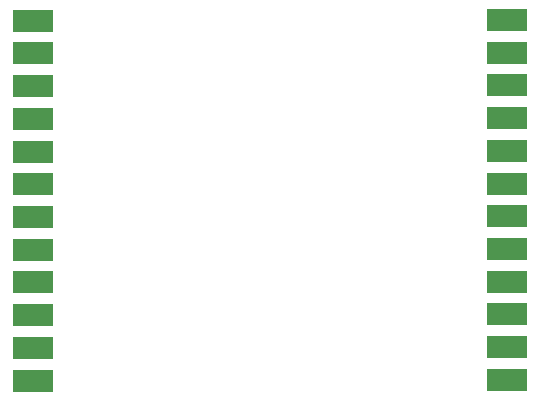
<source format=gbr>
%TF.GenerationSoftware,KiCad,Pcbnew,(5.1.9)-1*%
%TF.CreationDate,2021-05-27T14:44:41-04:00*%
%TF.ProjectId,Aimga2MacFloppy,41696d67-6132-44d6-9163-466c6f707079,1.0*%
%TF.SameCoordinates,Original*%
%TF.FileFunction,Paste,Top*%
%TF.FilePolarity,Positive*%
%FSLAX46Y46*%
G04 Gerber Fmt 4.6, Leading zero omitted, Abs format (unit mm)*
G04 Created by KiCad (PCBNEW (5.1.9)-1) date 2021-05-27 14:44:41*
%MOMM*%
%LPD*%
G01*
G04 APERTURE LIST*
%ADD10R,3.480000X1.846667*%
G04 APERTURE END LIST*
D10*
%TO.C,J1*%
X118444000Y-89580000D03*
X118444000Y-92350000D03*
X118444000Y-95120000D03*
X118444000Y-97890000D03*
X118444000Y-100660000D03*
X118444000Y-103430000D03*
X118444000Y-106200000D03*
X118444000Y-108970000D03*
X118444000Y-111740000D03*
X118444000Y-114510000D03*
X118444000Y-117280000D03*
X118444000Y-120050000D03*
%TD*%
%TO.C,J3*%
X158500000Y-119996000D03*
X158500000Y-117226000D03*
X158500000Y-114456000D03*
X158500000Y-111686000D03*
X158500000Y-108916000D03*
X158500000Y-106146000D03*
X158500000Y-103376000D03*
X158500000Y-100606000D03*
X158500000Y-97836000D03*
X158500000Y-95066000D03*
X158500000Y-92296000D03*
X158500000Y-89526000D03*
%TD*%
M02*

</source>
